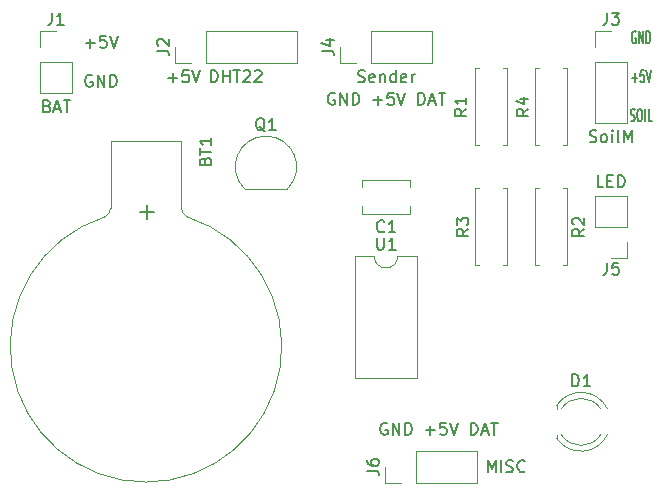
<source format=gto>
G04 #@! TF.GenerationSoftware,KiCad,Pcbnew,5.1.9+dfsg1-1*
G04 #@! TF.CreationDate,2021-05-06T21:17:37+02:00*
G04 #@! TF.ProjectId,schema,73636865-6d61-42e6-9b69-6361645f7063,rev?*
G04 #@! TF.SameCoordinates,Original*
G04 #@! TF.FileFunction,Legend,Top*
G04 #@! TF.FilePolarity,Positive*
%FSLAX46Y46*%
G04 Gerber Fmt 4.6, Leading zero omitted, Abs format (unit mm)*
G04 Created by KiCad (PCBNEW 5.1.9+dfsg1-1) date 2021-05-06 21:17:37*
%MOMM*%
%LPD*%
G01*
G04 APERTURE LIST*
%ADD10C,0.150000*%
%ADD11C,0.120000*%
%ADD12O,1.700000X1.700000*%
%ADD13R,1.700000X1.700000*%
%ADD14R,3.000000X3.000000*%
%ADD15C,3.000000*%
%ADD16C,1.600000*%
%ADD17O,1.600000X1.600000*%
%ADD18R,1.600000X1.600000*%
%ADD19R,1.300000X1.300000*%
%ADD20C,1.300000*%
%ADD21C,1.800000*%
%ADD22R,1.800000X1.800000*%
G04 APERTURE END LIST*
D10*
X118094285Y-110181428D02*
X118856190Y-110181428D01*
X118475238Y-110562380D02*
X118475238Y-109800476D01*
X119808571Y-109562380D02*
X119332380Y-109562380D01*
X119284761Y-110038571D01*
X119332380Y-109990952D01*
X119427619Y-109943333D01*
X119665714Y-109943333D01*
X119760952Y-109990952D01*
X119808571Y-110038571D01*
X119856190Y-110133809D01*
X119856190Y-110371904D01*
X119808571Y-110467142D01*
X119760952Y-110514761D01*
X119665714Y-110562380D01*
X119427619Y-110562380D01*
X119332380Y-110514761D01*
X119284761Y-110467142D01*
X120141904Y-109562380D02*
X120475238Y-110562380D01*
X120808571Y-109562380D01*
X118618095Y-112910000D02*
X118522857Y-112862380D01*
X118380000Y-112862380D01*
X118237142Y-112910000D01*
X118141904Y-113005238D01*
X118094285Y-113100476D01*
X118046666Y-113290952D01*
X118046666Y-113433809D01*
X118094285Y-113624285D01*
X118141904Y-113719523D01*
X118237142Y-113814761D01*
X118380000Y-113862380D01*
X118475238Y-113862380D01*
X118618095Y-113814761D01*
X118665714Y-113767142D01*
X118665714Y-113433809D01*
X118475238Y-113433809D01*
X119094285Y-113862380D02*
X119094285Y-112862380D01*
X119665714Y-113862380D01*
X119665714Y-112862380D01*
X120141904Y-113862380D02*
X120141904Y-112862380D01*
X120380000Y-112862380D01*
X120522857Y-112910000D01*
X120618095Y-113005238D01*
X120665714Y-113100476D01*
X120713333Y-113290952D01*
X120713333Y-113433809D01*
X120665714Y-113624285D01*
X120618095Y-113719523D01*
X120522857Y-113814761D01*
X120380000Y-113862380D01*
X120141904Y-113862380D01*
X143597857Y-142375000D02*
X143502619Y-142327380D01*
X143359761Y-142327380D01*
X143216904Y-142375000D01*
X143121666Y-142470238D01*
X143074047Y-142565476D01*
X143026428Y-142755952D01*
X143026428Y-142898809D01*
X143074047Y-143089285D01*
X143121666Y-143184523D01*
X143216904Y-143279761D01*
X143359761Y-143327380D01*
X143455000Y-143327380D01*
X143597857Y-143279761D01*
X143645476Y-143232142D01*
X143645476Y-142898809D01*
X143455000Y-142898809D01*
X144074047Y-143327380D02*
X144074047Y-142327380D01*
X144645476Y-143327380D01*
X144645476Y-142327380D01*
X145121666Y-143327380D02*
X145121666Y-142327380D01*
X145359761Y-142327380D01*
X145502619Y-142375000D01*
X145597857Y-142470238D01*
X145645476Y-142565476D01*
X145693095Y-142755952D01*
X145693095Y-142898809D01*
X145645476Y-143089285D01*
X145597857Y-143184523D01*
X145502619Y-143279761D01*
X145359761Y-143327380D01*
X145121666Y-143327380D01*
X146883571Y-142946428D02*
X147645476Y-142946428D01*
X147264523Y-143327380D02*
X147264523Y-142565476D01*
X148597857Y-142327380D02*
X148121666Y-142327380D01*
X148074047Y-142803571D01*
X148121666Y-142755952D01*
X148216904Y-142708333D01*
X148455000Y-142708333D01*
X148550238Y-142755952D01*
X148597857Y-142803571D01*
X148645476Y-142898809D01*
X148645476Y-143136904D01*
X148597857Y-143232142D01*
X148550238Y-143279761D01*
X148455000Y-143327380D01*
X148216904Y-143327380D01*
X148121666Y-143279761D01*
X148074047Y-143232142D01*
X148931190Y-142327380D02*
X149264523Y-143327380D01*
X149597857Y-142327380D01*
X150693095Y-143327380D02*
X150693095Y-142327380D01*
X150931190Y-142327380D01*
X151074047Y-142375000D01*
X151169285Y-142470238D01*
X151216904Y-142565476D01*
X151264523Y-142755952D01*
X151264523Y-142898809D01*
X151216904Y-143089285D01*
X151169285Y-143184523D01*
X151074047Y-143279761D01*
X150931190Y-143327380D01*
X150693095Y-143327380D01*
X151645476Y-143041666D02*
X152121666Y-143041666D01*
X151550238Y-143327380D02*
X151883571Y-142327380D01*
X152216904Y-143327380D01*
X152407380Y-142327380D02*
X152978809Y-142327380D01*
X152693095Y-143327380D02*
X152693095Y-142327380D01*
X164642857Y-109230000D02*
X164585714Y-109182380D01*
X164500000Y-109182380D01*
X164414285Y-109230000D01*
X164357142Y-109325238D01*
X164328571Y-109420476D01*
X164300000Y-109610952D01*
X164300000Y-109753809D01*
X164328571Y-109944285D01*
X164357142Y-110039523D01*
X164414285Y-110134761D01*
X164500000Y-110182380D01*
X164557142Y-110182380D01*
X164642857Y-110134761D01*
X164671428Y-110087142D01*
X164671428Y-109753809D01*
X164557142Y-109753809D01*
X164928571Y-110182380D02*
X164928571Y-109182380D01*
X165271428Y-110182380D01*
X165271428Y-109182380D01*
X165557142Y-110182380D02*
X165557142Y-109182380D01*
X165700000Y-109182380D01*
X165785714Y-109230000D01*
X165842857Y-109325238D01*
X165871428Y-109420476D01*
X165900000Y-109610952D01*
X165900000Y-109753809D01*
X165871428Y-109944285D01*
X165842857Y-110039523D01*
X165785714Y-110134761D01*
X165700000Y-110182380D01*
X165557142Y-110182380D01*
X164328571Y-113101428D02*
X164785714Y-113101428D01*
X164557142Y-113482380D02*
X164557142Y-112720476D01*
X165357142Y-112482380D02*
X165071428Y-112482380D01*
X165042857Y-112958571D01*
X165071428Y-112910952D01*
X165128571Y-112863333D01*
X165271428Y-112863333D01*
X165328571Y-112910952D01*
X165357142Y-112958571D01*
X165385714Y-113053809D01*
X165385714Y-113291904D01*
X165357142Y-113387142D01*
X165328571Y-113434761D01*
X165271428Y-113482380D01*
X165128571Y-113482380D01*
X165071428Y-113434761D01*
X165042857Y-113387142D01*
X165557142Y-112482380D02*
X165757142Y-113482380D01*
X165957142Y-112482380D01*
X164228571Y-116734761D02*
X164314285Y-116782380D01*
X164457142Y-116782380D01*
X164514285Y-116734761D01*
X164542857Y-116687142D01*
X164571428Y-116591904D01*
X164571428Y-116496666D01*
X164542857Y-116401428D01*
X164514285Y-116353809D01*
X164457142Y-116306190D01*
X164342857Y-116258571D01*
X164285714Y-116210952D01*
X164257142Y-116163333D01*
X164228571Y-116068095D01*
X164228571Y-115972857D01*
X164257142Y-115877619D01*
X164285714Y-115830000D01*
X164342857Y-115782380D01*
X164485714Y-115782380D01*
X164571428Y-115830000D01*
X164942857Y-115782380D02*
X165057142Y-115782380D01*
X165114285Y-115830000D01*
X165171428Y-115925238D01*
X165200000Y-116115714D01*
X165200000Y-116449047D01*
X165171428Y-116639523D01*
X165114285Y-116734761D01*
X165057142Y-116782380D01*
X164942857Y-116782380D01*
X164885714Y-116734761D01*
X164828571Y-116639523D01*
X164800000Y-116449047D01*
X164800000Y-116115714D01*
X164828571Y-115925238D01*
X164885714Y-115830000D01*
X164942857Y-115782380D01*
X165457142Y-116782380D02*
X165457142Y-115782380D01*
X166028571Y-116782380D02*
X165742857Y-116782380D01*
X165742857Y-115782380D01*
X139152857Y-114435000D02*
X139057619Y-114387380D01*
X138914761Y-114387380D01*
X138771904Y-114435000D01*
X138676666Y-114530238D01*
X138629047Y-114625476D01*
X138581428Y-114815952D01*
X138581428Y-114958809D01*
X138629047Y-115149285D01*
X138676666Y-115244523D01*
X138771904Y-115339761D01*
X138914761Y-115387380D01*
X139010000Y-115387380D01*
X139152857Y-115339761D01*
X139200476Y-115292142D01*
X139200476Y-114958809D01*
X139010000Y-114958809D01*
X139629047Y-115387380D02*
X139629047Y-114387380D01*
X140200476Y-115387380D01*
X140200476Y-114387380D01*
X140676666Y-115387380D02*
X140676666Y-114387380D01*
X140914761Y-114387380D01*
X141057619Y-114435000D01*
X141152857Y-114530238D01*
X141200476Y-114625476D01*
X141248095Y-114815952D01*
X141248095Y-114958809D01*
X141200476Y-115149285D01*
X141152857Y-115244523D01*
X141057619Y-115339761D01*
X140914761Y-115387380D01*
X140676666Y-115387380D01*
X142438571Y-115006428D02*
X143200476Y-115006428D01*
X142819523Y-115387380D02*
X142819523Y-114625476D01*
X144152857Y-114387380D02*
X143676666Y-114387380D01*
X143629047Y-114863571D01*
X143676666Y-114815952D01*
X143771904Y-114768333D01*
X144010000Y-114768333D01*
X144105238Y-114815952D01*
X144152857Y-114863571D01*
X144200476Y-114958809D01*
X144200476Y-115196904D01*
X144152857Y-115292142D01*
X144105238Y-115339761D01*
X144010000Y-115387380D01*
X143771904Y-115387380D01*
X143676666Y-115339761D01*
X143629047Y-115292142D01*
X144486190Y-114387380D02*
X144819523Y-115387380D01*
X145152857Y-114387380D01*
X146248095Y-115387380D02*
X146248095Y-114387380D01*
X146486190Y-114387380D01*
X146629047Y-114435000D01*
X146724285Y-114530238D01*
X146771904Y-114625476D01*
X146819523Y-114815952D01*
X146819523Y-114958809D01*
X146771904Y-115149285D01*
X146724285Y-115244523D01*
X146629047Y-115339761D01*
X146486190Y-115387380D01*
X146248095Y-115387380D01*
X147200476Y-115101666D02*
X147676666Y-115101666D01*
X147105238Y-115387380D02*
X147438571Y-114387380D01*
X147771904Y-115387380D01*
X147962380Y-114387380D02*
X148533809Y-114387380D01*
X148248095Y-115387380D02*
X148248095Y-114387380D01*
X125079285Y-113101428D02*
X125841190Y-113101428D01*
X125460238Y-113482380D02*
X125460238Y-112720476D01*
X126793571Y-112482380D02*
X126317380Y-112482380D01*
X126269761Y-112958571D01*
X126317380Y-112910952D01*
X126412619Y-112863333D01*
X126650714Y-112863333D01*
X126745952Y-112910952D01*
X126793571Y-112958571D01*
X126841190Y-113053809D01*
X126841190Y-113291904D01*
X126793571Y-113387142D01*
X126745952Y-113434761D01*
X126650714Y-113482380D01*
X126412619Y-113482380D01*
X126317380Y-113434761D01*
X126269761Y-113387142D01*
X127126904Y-112482380D02*
X127460238Y-113482380D01*
X127793571Y-112482380D01*
X152122380Y-146502380D02*
X152122380Y-145502380D01*
X152455714Y-146216666D01*
X152789047Y-145502380D01*
X152789047Y-146502380D01*
X153265238Y-146502380D02*
X153265238Y-145502380D01*
X153693809Y-146454761D02*
X153836666Y-146502380D01*
X154074761Y-146502380D01*
X154170000Y-146454761D01*
X154217619Y-146407142D01*
X154265238Y-146311904D01*
X154265238Y-146216666D01*
X154217619Y-146121428D01*
X154170000Y-146073809D01*
X154074761Y-146026190D01*
X153884285Y-145978571D01*
X153789047Y-145930952D01*
X153741428Y-145883333D01*
X153693809Y-145788095D01*
X153693809Y-145692857D01*
X153741428Y-145597619D01*
X153789047Y-145550000D01*
X153884285Y-145502380D01*
X154122380Y-145502380D01*
X154265238Y-145550000D01*
X155265238Y-146407142D02*
X155217619Y-146454761D01*
X155074761Y-146502380D01*
X154979523Y-146502380D01*
X154836666Y-146454761D01*
X154741428Y-146359523D01*
X154693809Y-146264285D01*
X154646190Y-146073809D01*
X154646190Y-145930952D01*
X154693809Y-145740476D01*
X154741428Y-145645238D01*
X154836666Y-145550000D01*
X154979523Y-145502380D01*
X155074761Y-145502380D01*
X155217619Y-145550000D01*
X155265238Y-145597619D01*
X114831904Y-115498571D02*
X114974761Y-115546190D01*
X115022380Y-115593809D01*
X115070000Y-115689047D01*
X115070000Y-115831904D01*
X115022380Y-115927142D01*
X114974761Y-115974761D01*
X114879523Y-116022380D01*
X114498571Y-116022380D01*
X114498571Y-115022380D01*
X114831904Y-115022380D01*
X114927142Y-115070000D01*
X114974761Y-115117619D01*
X115022380Y-115212857D01*
X115022380Y-115308095D01*
X114974761Y-115403333D01*
X114927142Y-115450952D01*
X114831904Y-115498571D01*
X114498571Y-115498571D01*
X115450952Y-115736666D02*
X115927142Y-115736666D01*
X115355714Y-116022380D02*
X115689047Y-115022380D01*
X116022380Y-116022380D01*
X116212857Y-115022380D02*
X116784285Y-115022380D01*
X116498571Y-116022380D02*
X116498571Y-115022380D01*
X161917142Y-122372380D02*
X161440952Y-122372380D01*
X161440952Y-121372380D01*
X162250476Y-121848571D02*
X162583809Y-121848571D01*
X162726666Y-122372380D02*
X162250476Y-122372380D01*
X162250476Y-121372380D01*
X162726666Y-121372380D01*
X163155238Y-122372380D02*
X163155238Y-121372380D01*
X163393333Y-121372380D01*
X163536190Y-121420000D01*
X163631428Y-121515238D01*
X163679047Y-121610476D01*
X163726666Y-121800952D01*
X163726666Y-121943809D01*
X163679047Y-122134285D01*
X163631428Y-122229523D01*
X163536190Y-122324761D01*
X163393333Y-122372380D01*
X163155238Y-122372380D01*
X160750476Y-118514761D02*
X160893333Y-118562380D01*
X161131428Y-118562380D01*
X161226666Y-118514761D01*
X161274285Y-118467142D01*
X161321904Y-118371904D01*
X161321904Y-118276666D01*
X161274285Y-118181428D01*
X161226666Y-118133809D01*
X161131428Y-118086190D01*
X160940952Y-118038571D01*
X160845714Y-117990952D01*
X160798095Y-117943333D01*
X160750476Y-117848095D01*
X160750476Y-117752857D01*
X160798095Y-117657619D01*
X160845714Y-117610000D01*
X160940952Y-117562380D01*
X161179047Y-117562380D01*
X161321904Y-117610000D01*
X161893333Y-118562380D02*
X161798095Y-118514761D01*
X161750476Y-118467142D01*
X161702857Y-118371904D01*
X161702857Y-118086190D01*
X161750476Y-117990952D01*
X161798095Y-117943333D01*
X161893333Y-117895714D01*
X162036190Y-117895714D01*
X162131428Y-117943333D01*
X162179047Y-117990952D01*
X162226666Y-118086190D01*
X162226666Y-118371904D01*
X162179047Y-118467142D01*
X162131428Y-118514761D01*
X162036190Y-118562380D01*
X161893333Y-118562380D01*
X162655238Y-118562380D02*
X162655238Y-117895714D01*
X162655238Y-117562380D02*
X162607619Y-117610000D01*
X162655238Y-117657619D01*
X162702857Y-117610000D01*
X162655238Y-117562380D01*
X162655238Y-117657619D01*
X163274285Y-118562380D02*
X163179047Y-118514761D01*
X163131428Y-118419523D01*
X163131428Y-117562380D01*
X163655238Y-118562380D02*
X163655238Y-117562380D01*
X163988571Y-118276666D01*
X164321904Y-117562380D01*
X164321904Y-118562380D01*
X141152857Y-113434761D02*
X141295714Y-113482380D01*
X141533809Y-113482380D01*
X141629047Y-113434761D01*
X141676666Y-113387142D01*
X141724285Y-113291904D01*
X141724285Y-113196666D01*
X141676666Y-113101428D01*
X141629047Y-113053809D01*
X141533809Y-113006190D01*
X141343333Y-112958571D01*
X141248095Y-112910952D01*
X141200476Y-112863333D01*
X141152857Y-112768095D01*
X141152857Y-112672857D01*
X141200476Y-112577619D01*
X141248095Y-112530000D01*
X141343333Y-112482380D01*
X141581428Y-112482380D01*
X141724285Y-112530000D01*
X142533809Y-113434761D02*
X142438571Y-113482380D01*
X142248095Y-113482380D01*
X142152857Y-113434761D01*
X142105238Y-113339523D01*
X142105238Y-112958571D01*
X142152857Y-112863333D01*
X142248095Y-112815714D01*
X142438571Y-112815714D01*
X142533809Y-112863333D01*
X142581428Y-112958571D01*
X142581428Y-113053809D01*
X142105238Y-113149047D01*
X143010000Y-112815714D02*
X143010000Y-113482380D01*
X143010000Y-112910952D02*
X143057619Y-112863333D01*
X143152857Y-112815714D01*
X143295714Y-112815714D01*
X143390952Y-112863333D01*
X143438571Y-112958571D01*
X143438571Y-113482380D01*
X144343333Y-113482380D02*
X144343333Y-112482380D01*
X144343333Y-113434761D02*
X144248095Y-113482380D01*
X144057619Y-113482380D01*
X143962380Y-113434761D01*
X143914761Y-113387142D01*
X143867142Y-113291904D01*
X143867142Y-113006190D01*
X143914761Y-112910952D01*
X143962380Y-112863333D01*
X144057619Y-112815714D01*
X144248095Y-112815714D01*
X144343333Y-112863333D01*
X145200476Y-113434761D02*
X145105238Y-113482380D01*
X144914761Y-113482380D01*
X144819523Y-113434761D01*
X144771904Y-113339523D01*
X144771904Y-112958571D01*
X144819523Y-112863333D01*
X144914761Y-112815714D01*
X145105238Y-112815714D01*
X145200476Y-112863333D01*
X145248095Y-112958571D01*
X145248095Y-113053809D01*
X144771904Y-113149047D01*
X145676666Y-113482380D02*
X145676666Y-112815714D01*
X145676666Y-113006190D02*
X145724285Y-112910952D01*
X145771904Y-112863333D01*
X145867142Y-112815714D01*
X145962380Y-112815714D01*
X128690952Y-113482380D02*
X128690952Y-112482380D01*
X128929047Y-112482380D01*
X129071904Y-112530000D01*
X129167142Y-112625238D01*
X129214761Y-112720476D01*
X129262380Y-112910952D01*
X129262380Y-113053809D01*
X129214761Y-113244285D01*
X129167142Y-113339523D01*
X129071904Y-113434761D01*
X128929047Y-113482380D01*
X128690952Y-113482380D01*
X129690952Y-113482380D02*
X129690952Y-112482380D01*
X129690952Y-112958571D02*
X130262380Y-112958571D01*
X130262380Y-113482380D02*
X130262380Y-112482380D01*
X130595714Y-112482380D02*
X131167142Y-112482380D01*
X130881428Y-113482380D02*
X130881428Y-112482380D01*
X131452857Y-112577619D02*
X131500476Y-112530000D01*
X131595714Y-112482380D01*
X131833809Y-112482380D01*
X131929047Y-112530000D01*
X131976666Y-112577619D01*
X132024285Y-112672857D01*
X132024285Y-112768095D01*
X131976666Y-112910952D01*
X131405238Y-113482380D01*
X132024285Y-113482380D01*
X132405238Y-112577619D02*
X132452857Y-112530000D01*
X132548095Y-112482380D01*
X132786190Y-112482380D01*
X132881428Y-112530000D01*
X132929047Y-112577619D01*
X132976666Y-112672857D01*
X132976666Y-112768095D01*
X132929047Y-112910952D01*
X132357619Y-113482380D01*
X132976666Y-113482380D01*
D11*
X151190000Y-147380000D02*
X151190000Y-144720000D01*
X146050000Y-147380000D02*
X151190000Y-147380000D01*
X146050000Y-144720000D02*
X151190000Y-144720000D01*
X146050000Y-147380000D02*
X146050000Y-144720000D01*
X144780000Y-147380000D02*
X143450000Y-147380000D01*
X143450000Y-147380000D02*
X143450000Y-146050000D01*
X120190000Y-118450000D02*
X120190000Y-124150000D01*
X120190000Y-118450000D02*
X126190000Y-118450000D01*
X126190000Y-118450000D02*
X126190000Y-124150000D01*
X126716384Y-124901754D02*
G75*
G02*
X126190000Y-124150000I273616J751754D01*
G01*
X123144719Y-147345671D02*
G75*
G03*
X126690000Y-124900000I45281J11495671D01*
G01*
X119663616Y-124901754D02*
G75*
G03*
X120190000Y-124150000I-273616J751754D01*
G01*
X123235281Y-147345671D02*
G75*
G02*
X119690000Y-124900000I-45281J11495671D01*
G01*
X145550000Y-124610000D02*
X141510000Y-124610000D01*
X145550000Y-121770000D02*
X141510000Y-121770000D01*
X145550000Y-124610000D02*
X145550000Y-123985000D01*
X145550000Y-122395000D02*
X145550000Y-121770000D01*
X141510000Y-124610000D02*
X141510000Y-123985000D01*
X141510000Y-122395000D02*
X141510000Y-121770000D01*
X114240000Y-114360000D02*
X116900000Y-114360000D01*
X114240000Y-111760000D02*
X114240000Y-114360000D01*
X116900000Y-111760000D02*
X116900000Y-114360000D01*
X114240000Y-111760000D02*
X116900000Y-111760000D01*
X114240000Y-110490000D02*
X114240000Y-109160000D01*
X114240000Y-109160000D02*
X115570000Y-109160000D01*
X142510000Y-128210000D02*
X140860000Y-128210000D01*
X140860000Y-128210000D02*
X140860000Y-138490000D01*
X140860000Y-138490000D02*
X146160000Y-138490000D01*
X146160000Y-138490000D02*
X146160000Y-128210000D01*
X146160000Y-128210000D02*
X144510000Y-128210000D01*
X144510000Y-128210000D02*
G75*
G02*
X142510000Y-128210000I-1000000J0D01*
G01*
X156440000Y-118840000D02*
X156110000Y-118840000D01*
X156110000Y-118840000D02*
X156110000Y-112300000D01*
X156110000Y-112300000D02*
X156440000Y-112300000D01*
X158520000Y-118840000D02*
X158850000Y-118840000D01*
X158850000Y-118840000D02*
X158850000Y-112300000D01*
X158850000Y-112300000D02*
X158520000Y-112300000D01*
X151360000Y-129000000D02*
X151030000Y-129000000D01*
X151030000Y-129000000D02*
X151030000Y-122460000D01*
X151030000Y-122460000D02*
X151360000Y-122460000D01*
X153440000Y-129000000D02*
X153770000Y-129000000D01*
X153770000Y-129000000D02*
X153770000Y-122460000D01*
X153770000Y-122460000D02*
X153440000Y-122460000D01*
X158520000Y-122460000D02*
X158850000Y-122460000D01*
X158850000Y-122460000D02*
X158850000Y-129000000D01*
X158850000Y-129000000D02*
X158520000Y-129000000D01*
X156440000Y-122460000D02*
X156110000Y-122460000D01*
X156110000Y-122460000D02*
X156110000Y-129000000D01*
X156110000Y-129000000D02*
X156440000Y-129000000D01*
X153440000Y-112300000D02*
X153770000Y-112300000D01*
X153770000Y-112300000D02*
X153770000Y-118840000D01*
X153770000Y-118840000D02*
X153440000Y-118840000D01*
X151360000Y-112300000D02*
X151030000Y-112300000D01*
X151030000Y-112300000D02*
X151030000Y-118840000D01*
X151030000Y-118840000D02*
X151360000Y-118840000D01*
X131550000Y-122500000D02*
X135150000Y-122500000D01*
X135188478Y-122488478D02*
G75*
G03*
X133350000Y-118050000I-1838478J1838478D01*
G01*
X131511522Y-122488478D02*
G75*
G02*
X133350000Y-118050000I1838478J1838478D01*
G01*
X163890000Y-123130000D02*
X161230000Y-123130000D01*
X163890000Y-125730000D02*
X163890000Y-123130000D01*
X161230000Y-125730000D02*
X161230000Y-123130000D01*
X163890000Y-125730000D02*
X161230000Y-125730000D01*
X163890000Y-127000000D02*
X163890000Y-128330000D01*
X163890000Y-128330000D02*
X162560000Y-128330000D01*
X147380000Y-111820000D02*
X147380000Y-109160000D01*
X142240000Y-111820000D02*
X147380000Y-111820000D01*
X142240000Y-109160000D02*
X147380000Y-109160000D01*
X142240000Y-111820000D02*
X142240000Y-109160000D01*
X140970000Y-111820000D02*
X139640000Y-111820000D01*
X139640000Y-111820000D02*
X139640000Y-110490000D01*
X161230000Y-116900000D02*
X163890000Y-116900000D01*
X161230000Y-111760000D02*
X161230000Y-116900000D01*
X163890000Y-111760000D02*
X163890000Y-116900000D01*
X161230000Y-111760000D02*
X163890000Y-111760000D01*
X161230000Y-110490000D02*
X161230000Y-109160000D01*
X161230000Y-109160000D02*
X162560000Y-109160000D01*
X135950000Y-111820000D02*
X135950000Y-109160000D01*
X128270000Y-111820000D02*
X135950000Y-111820000D01*
X128270000Y-109160000D02*
X135950000Y-109160000D01*
X128270000Y-111820000D02*
X128270000Y-109160000D01*
X127000000Y-111820000D02*
X125670000Y-111820000D01*
X125670000Y-111820000D02*
X125670000Y-110490000D01*
X157960000Y-140841000D02*
X157960000Y-141160000D01*
X157960000Y-143320000D02*
X157960000Y-143639000D01*
X161702713Y-143320961D02*
G75*
G02*
X158336670Y-143320000I-1682713J1080961D01*
G01*
X161702713Y-141159039D02*
G75*
G03*
X158336670Y-141160000I-1682713J-1080961D01*
G01*
X162263242Y-143320724D02*
G75*
G02*
X157960000Y-143638749I-2243242J1080724D01*
G01*
X162263242Y-141159276D02*
G75*
G03*
X157960000Y-140841251I-2243242J-1080724D01*
G01*
D10*
X141902380Y-146383333D02*
X142616666Y-146383333D01*
X142759523Y-146430952D01*
X142854761Y-146526190D01*
X142902380Y-146669047D01*
X142902380Y-146764285D01*
X141902380Y-145478571D02*
X141902380Y-145669047D01*
X141950000Y-145764285D01*
X141997619Y-145811904D01*
X142140476Y-145907142D01*
X142330952Y-145954761D01*
X142711904Y-145954761D01*
X142807142Y-145907142D01*
X142854761Y-145859523D01*
X142902380Y-145764285D01*
X142902380Y-145573809D01*
X142854761Y-145478571D01*
X142807142Y-145430952D01*
X142711904Y-145383333D01*
X142473809Y-145383333D01*
X142378571Y-145430952D01*
X142330952Y-145478571D01*
X142283333Y-145573809D01*
X142283333Y-145764285D01*
X142330952Y-145859523D01*
X142378571Y-145907142D01*
X142473809Y-145954761D01*
X128198571Y-120165714D02*
X128246190Y-120022857D01*
X128293809Y-119975238D01*
X128389047Y-119927619D01*
X128531904Y-119927619D01*
X128627142Y-119975238D01*
X128674761Y-120022857D01*
X128722380Y-120118095D01*
X128722380Y-120499047D01*
X127722380Y-120499047D01*
X127722380Y-120165714D01*
X127770000Y-120070476D01*
X127817619Y-120022857D01*
X127912857Y-119975238D01*
X128008095Y-119975238D01*
X128103333Y-120022857D01*
X128150952Y-120070476D01*
X128198571Y-120165714D01*
X128198571Y-120499047D01*
X127722380Y-119641904D02*
X127722380Y-119070476D01*
X128722380Y-119356190D02*
X127722380Y-119356190D01*
X128722380Y-118213333D02*
X128722380Y-118784761D01*
X128722380Y-118499047D02*
X127722380Y-118499047D01*
X127865238Y-118594285D01*
X127960476Y-118689523D01*
X128008095Y-118784761D01*
X123297142Y-125031428D02*
X123297142Y-123888571D01*
X123868571Y-124460000D02*
X122725714Y-124460000D01*
X143363333Y-126097142D02*
X143315714Y-126144761D01*
X143172857Y-126192380D01*
X143077619Y-126192380D01*
X142934761Y-126144761D01*
X142839523Y-126049523D01*
X142791904Y-125954285D01*
X142744285Y-125763809D01*
X142744285Y-125620952D01*
X142791904Y-125430476D01*
X142839523Y-125335238D01*
X142934761Y-125240000D01*
X143077619Y-125192380D01*
X143172857Y-125192380D01*
X143315714Y-125240000D01*
X143363333Y-125287619D01*
X144315714Y-126192380D02*
X143744285Y-126192380D01*
X144030000Y-126192380D02*
X144030000Y-125192380D01*
X143934761Y-125335238D01*
X143839523Y-125430476D01*
X143744285Y-125478095D01*
X115236666Y-107612380D02*
X115236666Y-108326666D01*
X115189047Y-108469523D01*
X115093809Y-108564761D01*
X114950952Y-108612380D01*
X114855714Y-108612380D01*
X116236666Y-108612380D02*
X115665238Y-108612380D01*
X115950952Y-108612380D02*
X115950952Y-107612380D01*
X115855714Y-107755238D01*
X115760476Y-107850476D01*
X115665238Y-107898095D01*
X142748095Y-126662380D02*
X142748095Y-127471904D01*
X142795714Y-127567142D01*
X142843333Y-127614761D01*
X142938571Y-127662380D01*
X143129047Y-127662380D01*
X143224285Y-127614761D01*
X143271904Y-127567142D01*
X143319523Y-127471904D01*
X143319523Y-126662380D01*
X144319523Y-127662380D02*
X143748095Y-127662380D01*
X144033809Y-127662380D02*
X144033809Y-126662380D01*
X143938571Y-126805238D01*
X143843333Y-126900476D01*
X143748095Y-126948095D01*
X155562380Y-115736666D02*
X155086190Y-116070000D01*
X155562380Y-116308095D02*
X154562380Y-116308095D01*
X154562380Y-115927142D01*
X154610000Y-115831904D01*
X154657619Y-115784285D01*
X154752857Y-115736666D01*
X154895714Y-115736666D01*
X154990952Y-115784285D01*
X155038571Y-115831904D01*
X155086190Y-115927142D01*
X155086190Y-116308095D01*
X154895714Y-114879523D02*
X155562380Y-114879523D01*
X154514761Y-115117619D02*
X155229047Y-115355714D01*
X155229047Y-114736666D01*
X150482380Y-125896666D02*
X150006190Y-126230000D01*
X150482380Y-126468095D02*
X149482380Y-126468095D01*
X149482380Y-126087142D01*
X149530000Y-125991904D01*
X149577619Y-125944285D01*
X149672857Y-125896666D01*
X149815714Y-125896666D01*
X149910952Y-125944285D01*
X149958571Y-125991904D01*
X150006190Y-126087142D01*
X150006190Y-126468095D01*
X149482380Y-125563333D02*
X149482380Y-124944285D01*
X149863333Y-125277619D01*
X149863333Y-125134761D01*
X149910952Y-125039523D01*
X149958571Y-124991904D01*
X150053809Y-124944285D01*
X150291904Y-124944285D01*
X150387142Y-124991904D01*
X150434761Y-125039523D01*
X150482380Y-125134761D01*
X150482380Y-125420476D01*
X150434761Y-125515714D01*
X150387142Y-125563333D01*
X160302380Y-125896666D02*
X159826190Y-126230000D01*
X160302380Y-126468095D02*
X159302380Y-126468095D01*
X159302380Y-126087142D01*
X159350000Y-125991904D01*
X159397619Y-125944285D01*
X159492857Y-125896666D01*
X159635714Y-125896666D01*
X159730952Y-125944285D01*
X159778571Y-125991904D01*
X159826190Y-126087142D01*
X159826190Y-126468095D01*
X159397619Y-125515714D02*
X159350000Y-125468095D01*
X159302380Y-125372857D01*
X159302380Y-125134761D01*
X159350000Y-125039523D01*
X159397619Y-124991904D01*
X159492857Y-124944285D01*
X159588095Y-124944285D01*
X159730952Y-124991904D01*
X160302380Y-125563333D01*
X160302380Y-124944285D01*
X150312380Y-115736666D02*
X149836190Y-116070000D01*
X150312380Y-116308095D02*
X149312380Y-116308095D01*
X149312380Y-115927142D01*
X149360000Y-115831904D01*
X149407619Y-115784285D01*
X149502857Y-115736666D01*
X149645714Y-115736666D01*
X149740952Y-115784285D01*
X149788571Y-115831904D01*
X149836190Y-115927142D01*
X149836190Y-116308095D01*
X150312380Y-114784285D02*
X150312380Y-115355714D01*
X150312380Y-115070000D02*
X149312380Y-115070000D01*
X149455238Y-115165238D01*
X149550476Y-115260476D01*
X149598095Y-115355714D01*
X133254761Y-117637619D02*
X133159523Y-117590000D01*
X133064285Y-117494761D01*
X132921428Y-117351904D01*
X132826190Y-117304285D01*
X132730952Y-117304285D01*
X132778571Y-117542380D02*
X132683333Y-117494761D01*
X132588095Y-117399523D01*
X132540476Y-117209047D01*
X132540476Y-116875714D01*
X132588095Y-116685238D01*
X132683333Y-116590000D01*
X132778571Y-116542380D01*
X132969047Y-116542380D01*
X133064285Y-116590000D01*
X133159523Y-116685238D01*
X133207142Y-116875714D01*
X133207142Y-117209047D01*
X133159523Y-117399523D01*
X133064285Y-117494761D01*
X132969047Y-117542380D01*
X132778571Y-117542380D01*
X134159523Y-117542380D02*
X133588095Y-117542380D01*
X133873809Y-117542380D02*
X133873809Y-116542380D01*
X133778571Y-116685238D01*
X133683333Y-116780476D01*
X133588095Y-116828095D01*
X162226666Y-128782380D02*
X162226666Y-129496666D01*
X162179047Y-129639523D01*
X162083809Y-129734761D01*
X161940952Y-129782380D01*
X161845714Y-129782380D01*
X163179047Y-128782380D02*
X162702857Y-128782380D01*
X162655238Y-129258571D01*
X162702857Y-129210952D01*
X162798095Y-129163333D01*
X163036190Y-129163333D01*
X163131428Y-129210952D01*
X163179047Y-129258571D01*
X163226666Y-129353809D01*
X163226666Y-129591904D01*
X163179047Y-129687142D01*
X163131428Y-129734761D01*
X163036190Y-129782380D01*
X162798095Y-129782380D01*
X162702857Y-129734761D01*
X162655238Y-129687142D01*
X138092380Y-110823333D02*
X138806666Y-110823333D01*
X138949523Y-110870952D01*
X139044761Y-110966190D01*
X139092380Y-111109047D01*
X139092380Y-111204285D01*
X138425714Y-109918571D02*
X139092380Y-109918571D01*
X138044761Y-110156666D02*
X138759047Y-110394761D01*
X138759047Y-109775714D01*
X162226666Y-107612380D02*
X162226666Y-108326666D01*
X162179047Y-108469523D01*
X162083809Y-108564761D01*
X161940952Y-108612380D01*
X161845714Y-108612380D01*
X162607619Y-107612380D02*
X163226666Y-107612380D01*
X162893333Y-107993333D01*
X163036190Y-107993333D01*
X163131428Y-108040952D01*
X163179047Y-108088571D01*
X163226666Y-108183809D01*
X163226666Y-108421904D01*
X163179047Y-108517142D01*
X163131428Y-108564761D01*
X163036190Y-108612380D01*
X162750476Y-108612380D01*
X162655238Y-108564761D01*
X162607619Y-108517142D01*
X124122380Y-110823333D02*
X124836666Y-110823333D01*
X124979523Y-110870952D01*
X125074761Y-110966190D01*
X125122380Y-111109047D01*
X125122380Y-111204285D01*
X124217619Y-110394761D02*
X124170000Y-110347142D01*
X124122380Y-110251904D01*
X124122380Y-110013809D01*
X124170000Y-109918571D01*
X124217619Y-109870952D01*
X124312857Y-109823333D01*
X124408095Y-109823333D01*
X124550952Y-109870952D01*
X125122380Y-110442380D01*
X125122380Y-109823333D01*
X159281904Y-139232380D02*
X159281904Y-138232380D01*
X159520000Y-138232380D01*
X159662857Y-138280000D01*
X159758095Y-138375238D01*
X159805714Y-138470476D01*
X159853333Y-138660952D01*
X159853333Y-138803809D01*
X159805714Y-138994285D01*
X159758095Y-139089523D01*
X159662857Y-139184761D01*
X159520000Y-139232380D01*
X159281904Y-139232380D01*
X160805714Y-139232380D02*
X160234285Y-139232380D01*
X160520000Y-139232380D02*
X160520000Y-138232380D01*
X160424761Y-138375238D01*
X160329523Y-138470476D01*
X160234285Y-138518095D01*
%LPC*%
D12*
X149860000Y-146050000D03*
X147320000Y-146050000D03*
D13*
X144780000Y-146050000D03*
D14*
X123190000Y-120650000D03*
D15*
X123190000Y-141140000D03*
D16*
X142280000Y-123190000D03*
X144780000Y-123190000D03*
D12*
X115570000Y-113030000D03*
D13*
X115570000Y-110490000D03*
D17*
X147320000Y-129540000D03*
X139700000Y-137160000D03*
X147320000Y-132080000D03*
X139700000Y-134620000D03*
X147320000Y-134620000D03*
X139700000Y-132080000D03*
X147320000Y-137160000D03*
D18*
X139700000Y-129540000D03*
D17*
X157480000Y-111760000D03*
D16*
X157480000Y-119380000D03*
D17*
X152400000Y-121920000D03*
D16*
X152400000Y-129540000D03*
D17*
X157480000Y-129540000D03*
D16*
X157480000Y-121920000D03*
D17*
X152400000Y-119380000D03*
D16*
X152400000Y-111760000D03*
D19*
X132080000Y-120650000D03*
D20*
X134620000Y-120650000D03*
X133350000Y-119380000D03*
D12*
X162560000Y-124460000D03*
D13*
X162560000Y-127000000D03*
D12*
X146050000Y-110490000D03*
X143510000Y-110490000D03*
D13*
X140970000Y-110490000D03*
D12*
X162560000Y-115570000D03*
X162560000Y-113030000D03*
D13*
X162560000Y-110490000D03*
D12*
X134620000Y-110490000D03*
X132080000Y-110490000D03*
X129540000Y-110490000D03*
D13*
X127000000Y-110490000D03*
D21*
X161290000Y-142240000D03*
D22*
X158750000Y-142240000D03*
M02*

</source>
